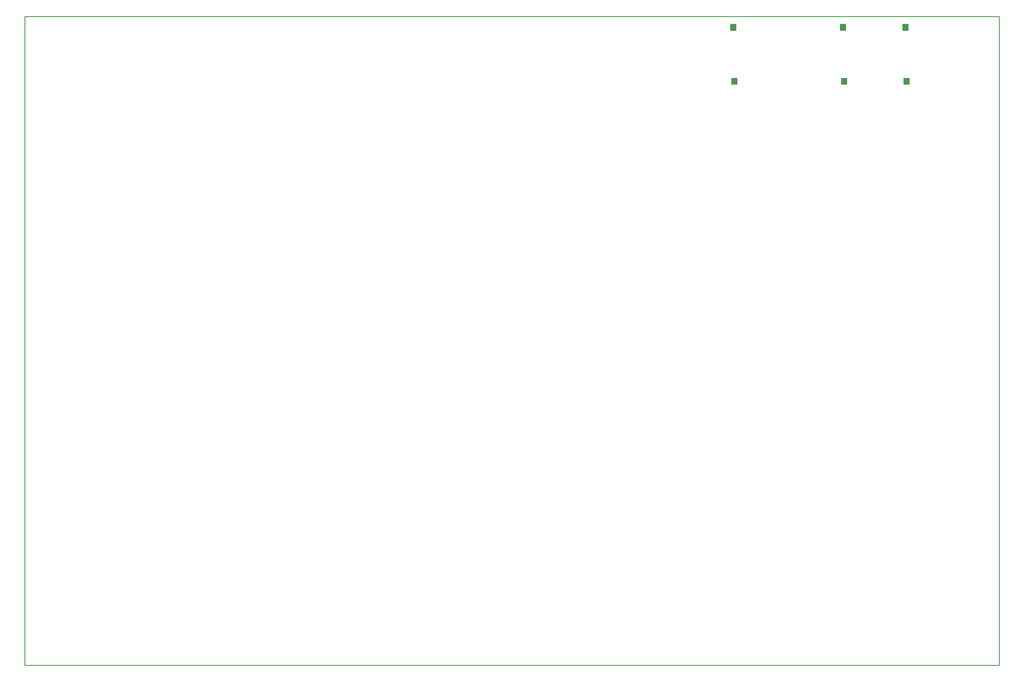
<source format=gko>
G04*
G04 #@! TF.GenerationSoftware,Altium Limited,Altium Designer,22.8.2 (66)*
G04*
G04 Layer_Color=16711935*
%FSLAX23Y23*%
%MOIN*%
G70*
G04*
G04 #@! TF.SameCoordinates,DFBDAC77-D3CC-4506-9E17-829F2540CA52*
G04*
G04*
G04 #@! TF.FilePolarity,Positive*
G04*
G01*
G75*
%ADD10C,0.010*%
G36*
X10710Y7701D02*
X10636D01*
Y7784D01*
X10710D01*
Y7701D01*
D02*
G37*
G36*
X9954D02*
X9880D01*
Y7784D01*
X9954D01*
Y7701D01*
D02*
G37*
G36*
X8624D02*
X8550D01*
Y7784D01*
X8624D01*
Y7701D01*
D02*
G37*
G36*
X10722Y7047D02*
X10648D01*
Y7129D01*
X10722D01*
Y7047D01*
D02*
G37*
G36*
X9967D02*
X9893D01*
Y7129D01*
X9967D01*
Y7047D01*
D02*
G37*
G36*
X8637D02*
X8563D01*
Y7129D01*
X8637D01*
Y7047D01*
D02*
G37*
D10*
X0Y0D02*
X11811D01*
X0Y7874D02*
X11811D01*
Y0D02*
Y7874D01*
X0Y0D02*
Y7874D01*
M02*

</source>
